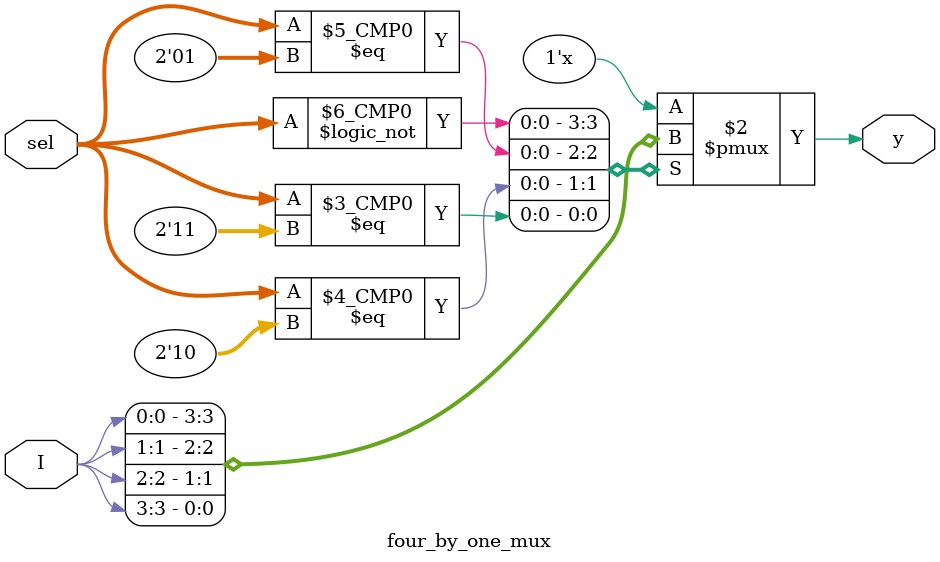
<source format=v>
module q_6_7_str (
    input clk,
    input [1:0] sel,
    input [3:0] I,
    output [3:0] A
);
    wire [3:0] D_in;
    wire [3:0] Qn;

    four_by_one_mux mux_3 (
        .sel (sel),
        .I ({I[3], Qn[3], 1'b0, A[3]}),
        .y (D_in[3])
    );

    d_ff dff_3 (
        .clk (clk),
        .D (D_in[3]),
        .Q (A[3]),
        .Qn (Qn[3])
    );

    four_by_one_mux mux_2 (
        .sel (sel),
        .I ({I[2], Qn[2], 1'b0, A[2]}),
        .y (D_in[2])
    );

    d_ff dff_2 (
        .clk (clk),
        .D (D_in[2]),
        .Q (A[2]),
        .Qn (Qn[2])
    );

    four_by_one_mux mux_1 (
        .sel (sel),
        .I ({I[1], Qn[1], 1'b0, A[1]}),
        .y (D_in[1])
    );

    d_ff dff_1 (
        .clk (clk),
        .D (D_in[1]),
        .Q (A[1]),
        .Qn (Qn[1])
    );

    four_by_one_mux mux_0 (
        .sel (sel),
        .I ({I[0], Qn[0], 1'b0, A[0]}),
        .y (D_in[0])
    );

    d_ff dff_0 (
        .clk (clk),
        .D (D_in[0]),
        .Q (A[0]),
        .Qn (Qn[0])
    );
endmodule

module d_ff (
    input clk, D,
    output reg Q,
    output Qn
);
    always @ (posedge clk)
    begin
        Q <= D;
    end

    assign Qn = ~Q;
endmodule

module four_by_one_mux (
    input [1:0] sel,
    input [3:0] I,
    output reg y
);
    always @ (sel, I)
    begin
        case (sel)
            2'b00 : y = I[0];
            2'b01 : y = I[1];
            2'b10 : y = I[2];
            2'b11 : y = I[3];
        endcase
    end
endmodule

</source>
